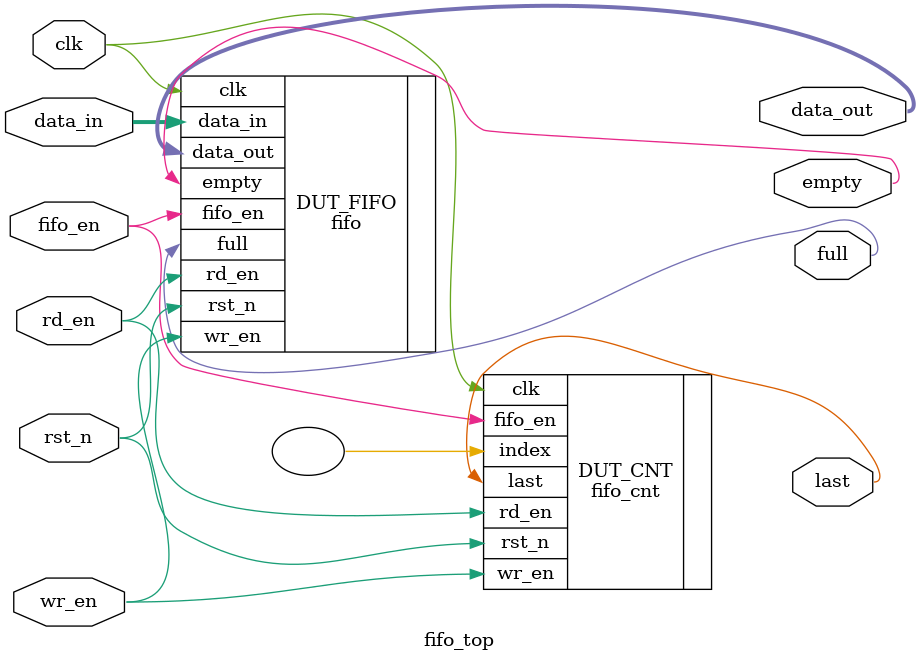
<source format=v>
`include "fifo_module.v"
`include "fifo_cnt.v"

module fifo_top # (
    parameter FIFO_SIZE = 64,
    parameter W_WIDTH = 32
)(
    input clk, rst_n,
    input fifo_en, wr_en, rd_en,
    input [W_WIDTH-1:0] data_in,
    output [W_WIDTH-1:0] data_out,
    output full, empty,
    output last
);  

    fifo  # (
        .FIFO_SIZE(FIFO_SIZE),
        .W_WIDTH(W_WIDTH)
    ) DUT_FIFO (
        .clk(clk),
        .rst_n(rst_n),
        .fifo_en(fifo_en),
        .wr_en(wr_en),
        .rd_en(rd_en),
        .data_in(data_in),
        .data_out(data_out),
        .empty(empty),
        .full(full)
    );

    fifo_cnt # (
        .FIFO_SIZE(FIFO_SIZE)
    ) DUT_CNT (
        .clk(clk),
        .rst_n(rst_n),
        .fifo_en(fifo_en),
        .wr_en(wr_en),
        .rd_en(rd_en),
        .index(),
        .last(last)
    );  
   
endmodule : fifo_top


</source>
